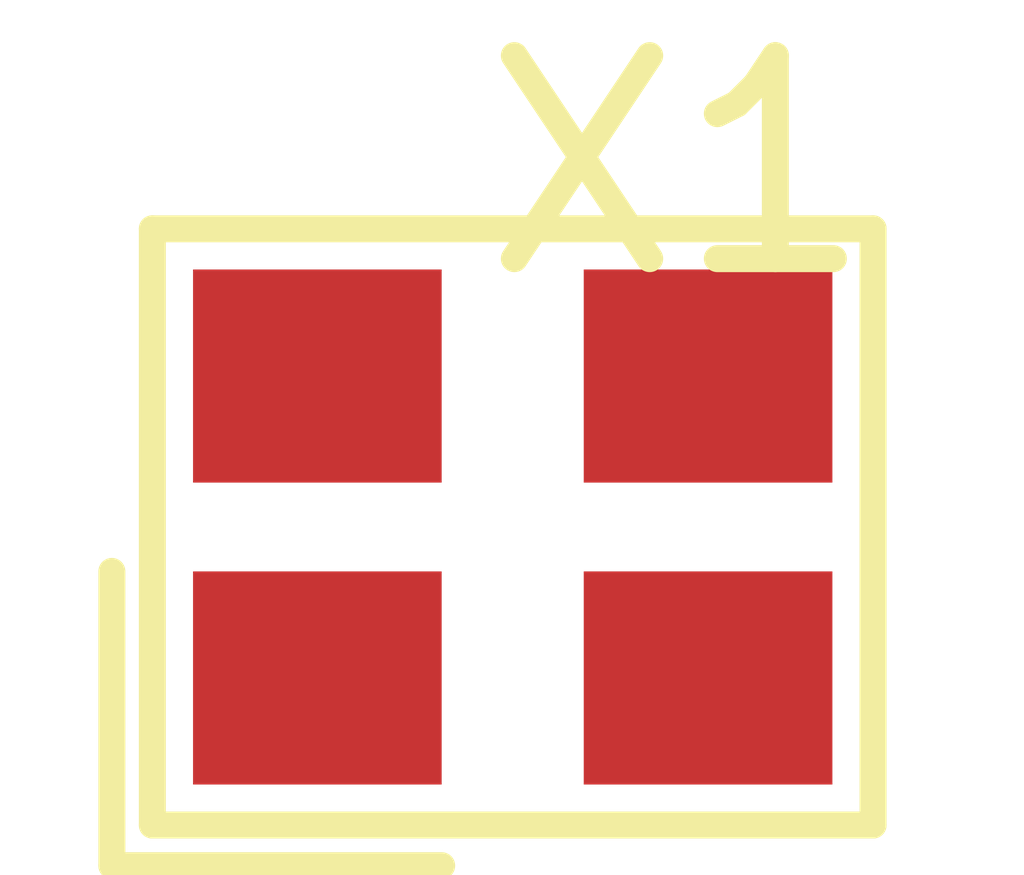
<source format=kicad_pcb>
(kicad_pcb (version 20171130) (host pcbnew "(5.1.5)-3") (page "A4") (layers (0 "F.Cu" signal) (31 "B.Cu" signal) (32 "B.Adhes" user) (33 "F.Adhes" user) (34 "B.Paste" user) (35 "F.Paste" user) (36 "B.SilkS" user) (37 "F.SilkS" user) (38 "B.Mask" user) (39 "F.Mask" user) (40 "Dwgs.User" user) (41 "Cmts.User" user) (42 "Eco1.User" user) (43 "Eco2.User" user) (44 "Edge.Cuts" user) (45 "Margin" user) (46 "B.CrtYd" user) (47 "F.CrtYd" user) (48 "B.Fab" user hide) (49 "F.Fab" user hide)) (net 0 "") (module "easyeda:CRYSTAL-SMD_4P-L3.2-W2.5-BL" (layer "F.Cu") (at 7.366 10.922) (attr smd) (fp_text value "CRYSTAL-SMD_4P-L3.2-W2.5-BL" (at -0.254 -3.81 0) (layer "F.Fab") hide (effects (font (size 1.143 1.143) (thickness 0.152)) (justify left))) (fp_text reference "X1" (at -0.254 -2.032 0) (layer "F.SilkS") (effects (font (size 1.143 1.143) (thickness 0.152)) (justify left))) (fp_line (start -2.029 1.678) (end -2.029 -1.679) (width 0.152) (layer "F.SilkS")) (fp_line (start -2.029 -1.679) (end 2.029 -1.679) (width 0.152) (layer "F.SilkS")) (fp_line (start 2.029 -1.679) (end 2.029 1.678) (width 0.152) (layer "F.SilkS")) (fp_line (start 2.029 1.678) (end -2.029 1.678) (width 0.152) (layer "F.SilkS")) (fp_line (start -2.257 0.25) (end -2.257 1.907) (width 0.152) (layer "F.SilkS")) (fp_line (start -2.257 1.907) (end -0.4 1.907) (width 0.152) (layer "F.SilkS")) (fp_circle (center -1.143 0.889) (end -0.963 0.889) (layer "Cmts.User") (width 0.36)) (pad 1 smd rect (at -1.1 0.85 0) (size 1.4 1.2) (layers "F.Cu" "F.Paste" "F.Mask")) (pad 2 smd rect (at 1.1 0.85 0) (size 1.4 1.2) (layers "F.Cu" "F.Paste" "F.Mask")) (pad 3 smd rect (at 1.1 -0.85 0) (size 1.4 1.2) (layers "F.Cu" "F.Paste" "F.Mask")) (pad 4 smd rect (at -1.1 -0.85 0) (size 1.4 1.2) (layers "F.Cu" "F.Paste" "F.Mask")) (fp_text user gge121 (at 0 0) (layer "Cmts.User") (effects (font (size 1 1) (thickness 0.15))))))
</source>
